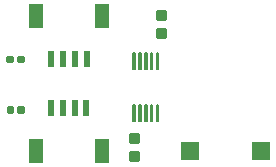
<source format=gbr>
G04 EAGLE Gerber RS-274X export*
G75*
%MOMM*%
%FSLAX34Y34*%
%LPD*%
%AMOC8*
5,1,8,0,0,1.08239X$1,22.5*%
G01*
%ADD10C,0.222250*%
%ADD11R,0.600000X1.350000*%
%ADD12R,1.200000X2.000000*%
%ADD13C,0.317500*%
%ADD14C,0.150000*%
%ADD15R,1.500000X1.500000*%


D10*
X178900Y14694D02*
X178900Y8026D01*
X172232Y8026D01*
X172232Y14694D01*
X178900Y14694D01*
X178900Y10138D02*
X172232Y10138D01*
X172232Y12250D02*
X178900Y12250D01*
X178900Y14362D02*
X172232Y14362D01*
X178900Y23266D02*
X178900Y29934D01*
X178900Y23266D02*
X172232Y23266D01*
X172232Y29934D01*
X178900Y29934D01*
X178900Y25378D02*
X172232Y25378D01*
X172232Y27490D02*
X178900Y27490D01*
X178900Y29602D02*
X172232Y29602D01*
X195406Y127270D02*
X195406Y133938D01*
X202074Y133938D01*
X202074Y127270D01*
X195406Y127270D01*
X195406Y129382D02*
X202074Y129382D01*
X202074Y131494D02*
X195406Y131494D01*
X195406Y133606D02*
X202074Y133606D01*
X195406Y118698D02*
X195406Y112030D01*
X195406Y118698D02*
X202074Y118698D01*
X202074Y112030D01*
X195406Y112030D01*
X195406Y114142D02*
X202074Y114142D01*
X202074Y116254D02*
X195406Y116254D01*
X195406Y118366D02*
X202074Y118366D01*
D11*
X105360Y52000D03*
X115360Y52000D03*
X125360Y52000D03*
X135360Y52000D03*
D12*
X148360Y15250D03*
X92360Y15250D03*
D11*
X135820Y93100D03*
X125820Y93100D03*
X115820Y93100D03*
X105820Y93100D03*
D12*
X92820Y129850D03*
X148820Y129850D03*
D13*
X81463Y94452D02*
X78287Y94452D01*
X81463Y94452D02*
X81463Y91276D01*
X78287Y91276D01*
X78287Y94452D01*
X78287Y94292D02*
X81463Y94292D01*
X72573Y94452D02*
X69397Y94452D01*
X72573Y94452D02*
X72573Y91276D01*
X69397Y91276D01*
X69397Y94452D01*
X69397Y94292D02*
X72573Y94292D01*
X78357Y51546D02*
X81533Y51546D01*
X81533Y48370D01*
X78357Y48370D01*
X78357Y51546D01*
X78357Y51386D02*
X81533Y51386D01*
X72643Y51546D02*
X69467Y51546D01*
X72643Y51546D02*
X72643Y48370D01*
X69467Y48370D01*
X69467Y51546D01*
X69467Y51386D02*
X72643Y51386D01*
D14*
X194806Y85140D02*
X194806Y98140D01*
X196306Y98140D01*
X196306Y85140D01*
X194806Y85140D01*
X194806Y86565D02*
X196306Y86565D01*
X196306Y87990D02*
X194806Y87990D01*
X194806Y89415D02*
X196306Y89415D01*
X196306Y90840D02*
X194806Y90840D01*
X194806Y92265D02*
X196306Y92265D01*
X196306Y93690D02*
X194806Y93690D01*
X194806Y95115D02*
X196306Y95115D01*
X196306Y96540D02*
X194806Y96540D01*
X194806Y97965D02*
X196306Y97965D01*
X189806Y98140D02*
X189806Y85140D01*
X189806Y98140D02*
X191306Y98140D01*
X191306Y85140D01*
X189806Y85140D01*
X189806Y86565D02*
X191306Y86565D01*
X191306Y87990D02*
X189806Y87990D01*
X189806Y89415D02*
X191306Y89415D01*
X191306Y90840D02*
X189806Y90840D01*
X189806Y92265D02*
X191306Y92265D01*
X191306Y93690D02*
X189806Y93690D01*
X189806Y95115D02*
X191306Y95115D01*
X191306Y96540D02*
X189806Y96540D01*
X189806Y97965D02*
X191306Y97965D01*
X184806Y98140D02*
X184806Y85140D01*
X184806Y98140D02*
X186306Y98140D01*
X186306Y85140D01*
X184806Y85140D01*
X184806Y86565D02*
X186306Y86565D01*
X186306Y87990D02*
X184806Y87990D01*
X184806Y89415D02*
X186306Y89415D01*
X186306Y90840D02*
X184806Y90840D01*
X184806Y92265D02*
X186306Y92265D01*
X186306Y93690D02*
X184806Y93690D01*
X184806Y95115D02*
X186306Y95115D01*
X186306Y96540D02*
X184806Y96540D01*
X184806Y97965D02*
X186306Y97965D01*
X179806Y98140D02*
X179806Y85140D01*
X179806Y98140D02*
X181306Y98140D01*
X181306Y85140D01*
X179806Y85140D01*
X179806Y86565D02*
X181306Y86565D01*
X181306Y87990D02*
X179806Y87990D01*
X179806Y89415D02*
X181306Y89415D01*
X181306Y90840D02*
X179806Y90840D01*
X179806Y92265D02*
X181306Y92265D01*
X181306Y93690D02*
X179806Y93690D01*
X179806Y95115D02*
X181306Y95115D01*
X181306Y96540D02*
X179806Y96540D01*
X179806Y97965D02*
X181306Y97965D01*
X174806Y98140D02*
X174806Y85140D01*
X174806Y98140D02*
X176306Y98140D01*
X176306Y85140D01*
X174806Y85140D01*
X174806Y86565D02*
X176306Y86565D01*
X176306Y87990D02*
X174806Y87990D01*
X174806Y89415D02*
X176306Y89415D01*
X176306Y90840D02*
X174806Y90840D01*
X174806Y92265D02*
X176306Y92265D01*
X176306Y93690D02*
X174806Y93690D01*
X174806Y95115D02*
X176306Y95115D01*
X176306Y96540D02*
X174806Y96540D01*
X174806Y97965D02*
X176306Y97965D01*
X174806Y54140D02*
X174806Y41140D01*
X174806Y54140D02*
X176306Y54140D01*
X176306Y41140D01*
X174806Y41140D01*
X174806Y42565D02*
X176306Y42565D01*
X176306Y43990D02*
X174806Y43990D01*
X174806Y45415D02*
X176306Y45415D01*
X176306Y46840D02*
X174806Y46840D01*
X174806Y48265D02*
X176306Y48265D01*
X176306Y49690D02*
X174806Y49690D01*
X174806Y51115D02*
X176306Y51115D01*
X176306Y52540D02*
X174806Y52540D01*
X174806Y53965D02*
X176306Y53965D01*
X179806Y54140D02*
X179806Y41140D01*
X179806Y54140D02*
X181306Y54140D01*
X181306Y41140D01*
X179806Y41140D01*
X179806Y42565D02*
X181306Y42565D01*
X181306Y43990D02*
X179806Y43990D01*
X179806Y45415D02*
X181306Y45415D01*
X181306Y46840D02*
X179806Y46840D01*
X179806Y48265D02*
X181306Y48265D01*
X181306Y49690D02*
X179806Y49690D01*
X179806Y51115D02*
X181306Y51115D01*
X181306Y52540D02*
X179806Y52540D01*
X179806Y53965D02*
X181306Y53965D01*
X184806Y54140D02*
X184806Y41140D01*
X184806Y54140D02*
X186306Y54140D01*
X186306Y41140D01*
X184806Y41140D01*
X184806Y42565D02*
X186306Y42565D01*
X186306Y43990D02*
X184806Y43990D01*
X184806Y45415D02*
X186306Y45415D01*
X186306Y46840D02*
X184806Y46840D01*
X184806Y48265D02*
X186306Y48265D01*
X186306Y49690D02*
X184806Y49690D01*
X184806Y51115D02*
X186306Y51115D01*
X186306Y52540D02*
X184806Y52540D01*
X184806Y53965D02*
X186306Y53965D01*
X189806Y54140D02*
X189806Y41140D01*
X189806Y54140D02*
X191306Y54140D01*
X191306Y41140D01*
X189806Y41140D01*
X189806Y42565D02*
X191306Y42565D01*
X191306Y43990D02*
X189806Y43990D01*
X189806Y45415D02*
X191306Y45415D01*
X191306Y46840D02*
X189806Y46840D01*
X189806Y48265D02*
X191306Y48265D01*
X191306Y49690D02*
X189806Y49690D01*
X189806Y51115D02*
X191306Y51115D01*
X191306Y52540D02*
X189806Y52540D01*
X189806Y53965D02*
X191306Y53965D01*
X194806Y54140D02*
X194806Y41140D01*
X194806Y54140D02*
X196306Y54140D01*
X196306Y41140D01*
X194806Y41140D01*
X194806Y42565D02*
X196306Y42565D01*
X196306Y43990D02*
X194806Y43990D01*
X194806Y45415D02*
X196306Y45415D01*
X196306Y46840D02*
X194806Y46840D01*
X194806Y48265D02*
X196306Y48265D01*
X196306Y49690D02*
X194806Y49690D01*
X194806Y51115D02*
X196306Y51115D01*
X196306Y52540D02*
X194806Y52540D01*
X194806Y53965D02*
X196306Y53965D01*
D15*
X223000Y15100D03*
X283000Y15100D03*
M02*

</source>
